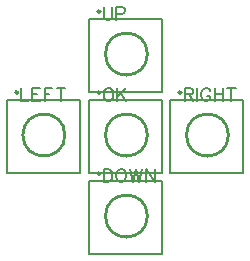
<source format=gto>
G04 Layer: TopSilkscreenLayer*
G04 EasyEDA v6.5.46, 2024-09-10 09:59:28*
G04 da5f1928a6434b398d5d865525f81666,df7e7e3c38a3447abd37b529b333d242,10*
G04 Gerber Generator version 0.2*
G04 Scale: 100 percent, Rotated: No, Reflected: No *
G04 Dimensions in millimeters *
G04 leading zeros omitted , absolute positions ,4 integer and 5 decimal *
%FSLAX45Y45*%
%MOMM*%

%ADD10C,0.1524*%
%ADD11C,0.2165*%
%ADD12C,0.2540*%

%LPD*%
D10*
X2717800Y8954515D02*
G01*
X2717800Y8876537D01*
X2722879Y8861044D01*
X2733293Y8850629D01*
X2749041Y8845550D01*
X2759456Y8845550D01*
X2774950Y8850629D01*
X2785363Y8861044D01*
X2790443Y8876537D01*
X2790443Y8954515D01*
X2824734Y8954515D02*
G01*
X2824734Y8845550D01*
X2824734Y8954515D02*
G01*
X2871470Y8954515D01*
X2887218Y8949436D01*
X2892297Y8944102D01*
X2897631Y8933687D01*
X2897631Y8918194D01*
X2892297Y8907779D01*
X2887218Y8902700D01*
X2871470Y8897365D01*
X2824734Y8897365D01*
X3403597Y8268715D02*
G01*
X3403597Y8159750D01*
X3403597Y8268715D02*
G01*
X3450333Y8268715D01*
X3465827Y8263636D01*
X3471161Y8258302D01*
X3476241Y8247887D01*
X3476241Y8237473D01*
X3471161Y8227060D01*
X3465827Y8221979D01*
X3450333Y8216900D01*
X3403597Y8216900D01*
X3439919Y8216900D02*
G01*
X3476241Y8159750D01*
X3510531Y8268715D02*
G01*
X3510531Y8159750D01*
X3622799Y8242808D02*
G01*
X3617719Y8253221D01*
X3607305Y8263636D01*
X3596891Y8268715D01*
X3576063Y8268715D01*
X3565649Y8263636D01*
X3555235Y8253221D01*
X3550155Y8242808D01*
X3544821Y8227060D01*
X3544821Y8201152D01*
X3550155Y8185658D01*
X3555235Y8175244D01*
X3565649Y8164829D01*
X3576063Y8159750D01*
X3596891Y8159750D01*
X3607305Y8164829D01*
X3617719Y8175244D01*
X3622799Y8185658D01*
X3622799Y8201152D01*
X3596891Y8201152D02*
G01*
X3622799Y8201152D01*
X3657089Y8268715D02*
G01*
X3657089Y8159750D01*
X3729987Y8268715D02*
G01*
X3729987Y8159750D01*
X3657089Y8216900D02*
G01*
X3729987Y8216900D01*
X3800599Y8268715D02*
G01*
X3800599Y8159750D01*
X3764277Y8268715D02*
G01*
X3836921Y8268715D01*
X2749041Y8268715D02*
G01*
X2738627Y8263636D01*
X2728213Y8253221D01*
X2722879Y8242808D01*
X2717800Y8227060D01*
X2717800Y8201152D01*
X2722879Y8185658D01*
X2728213Y8175244D01*
X2738627Y8164829D01*
X2749041Y8159750D01*
X2769870Y8159750D01*
X2780029Y8164829D01*
X2790443Y8175244D01*
X2795777Y8185658D01*
X2800858Y8201152D01*
X2800858Y8227060D01*
X2795777Y8242808D01*
X2790443Y8253221D01*
X2780029Y8263636D01*
X2769870Y8268715D01*
X2749041Y8268715D01*
X2835147Y8268715D02*
G01*
X2835147Y8159750D01*
X2908045Y8268715D02*
G01*
X2835147Y8196071D01*
X2861309Y8221979D02*
G01*
X2908045Y8159750D01*
X2019297Y8268715D02*
G01*
X2019297Y8159750D01*
X2019297Y8159750D02*
G01*
X2081527Y8159750D01*
X2115817Y8268715D02*
G01*
X2115817Y8159750D01*
X2115817Y8268715D02*
G01*
X2183381Y8268715D01*
X2115817Y8216900D02*
G01*
X2157473Y8216900D01*
X2115817Y8159750D02*
G01*
X2183381Y8159750D01*
X2217671Y8268715D02*
G01*
X2217671Y8159750D01*
X2217671Y8268715D02*
G01*
X2285235Y8268715D01*
X2217671Y8216900D02*
G01*
X2259327Y8216900D01*
X2355847Y8268715D02*
G01*
X2355847Y8159750D01*
X2319525Y8268715D02*
G01*
X2392423Y8268715D01*
X2717800Y7582915D02*
G01*
X2717800Y7473950D01*
X2717800Y7582915D02*
G01*
X2754122Y7582915D01*
X2769870Y7577836D01*
X2780029Y7567421D01*
X2785363Y7557008D01*
X2790443Y7541260D01*
X2790443Y7515352D01*
X2785363Y7499858D01*
X2780029Y7489444D01*
X2769870Y7479029D01*
X2754122Y7473950D01*
X2717800Y7473950D01*
X2855975Y7582915D02*
G01*
X2845561Y7577836D01*
X2835147Y7567421D01*
X2830068Y7557008D01*
X2824734Y7541260D01*
X2824734Y7515352D01*
X2830068Y7499858D01*
X2835147Y7489444D01*
X2845561Y7479029D01*
X2855975Y7473950D01*
X2876804Y7473950D01*
X2887218Y7479029D01*
X2897631Y7489444D01*
X2902711Y7499858D01*
X2908045Y7515352D01*
X2908045Y7541260D01*
X2902711Y7557008D01*
X2897631Y7567421D01*
X2887218Y7577836D01*
X2876804Y7582915D01*
X2855975Y7582915D01*
X2942336Y7582915D02*
G01*
X2968243Y7473950D01*
X2994152Y7582915D02*
G01*
X2968243Y7473950D01*
X2994152Y7582915D02*
G01*
X3020059Y7473950D01*
X3046222Y7582915D02*
G01*
X3020059Y7473950D01*
X3080511Y7582915D02*
G01*
X3080511Y7473950D01*
X3080511Y7582915D02*
G01*
X3153156Y7473950D01*
X3153156Y7582915D02*
G01*
X3153156Y7473950D01*
X3212546Y8851328D02*
G01*
X3212546Y8236089D01*
X2597307Y8236089D01*
X2597307Y8851328D01*
X3212546Y8851328D01*
X3898343Y8165528D02*
G01*
X3898343Y7550289D01*
X3283104Y7550289D01*
X3283104Y8165528D01*
X3898343Y8165528D01*
X3212546Y8165528D02*
G01*
X3212546Y7550289D01*
X2597307Y7550289D01*
X2597307Y8165528D01*
X3212546Y8165528D01*
X2514043Y8165528D02*
G01*
X2514043Y7550289D01*
X1898804Y7550289D01*
X1898804Y8165528D01*
X2514043Y8165528D01*
X3212546Y7479728D02*
G01*
X3212546Y6864489D01*
X2597307Y6864489D01*
X2597307Y7479728D01*
X3212546Y7479728D01*
D11*
G75*
G01
X2690749Y8918702D02*
G03X2690749Y8918702I-10820J0D01*
D12*
G75*
G01
X3088589Y8556600D02*
G03X3088589Y8556600I-177800J0D01*
D11*
G75*
G01
X3376574Y8232902D02*
G03X3376574Y8232902I-10820J0D01*
D12*
G75*
G01
X3774415Y7870800D02*
G03X3774415Y7870800I-177800J0D01*
D11*
G75*
G01
X2690749Y8232902D02*
G03X2690749Y8232902I-10820J0D01*
D12*
G75*
G01
X3088589Y7870800D02*
G03X3088589Y7870800I-177800J0D01*
D11*
G75*
G01
X1992249Y8232902D02*
G03X1992249Y8232902I-10820J0D01*
D12*
G75*
G01
X2390089Y7870800D02*
G03X2390089Y7870800I-177800J0D01*
D11*
G75*
G01
X2690749Y7547102D02*
G03X2690749Y7547102I-10820J0D01*
D12*
G75*
G01
X3088589Y7185000D02*
G03X3088589Y7185000I-177800J0D01*
M02*

</source>
